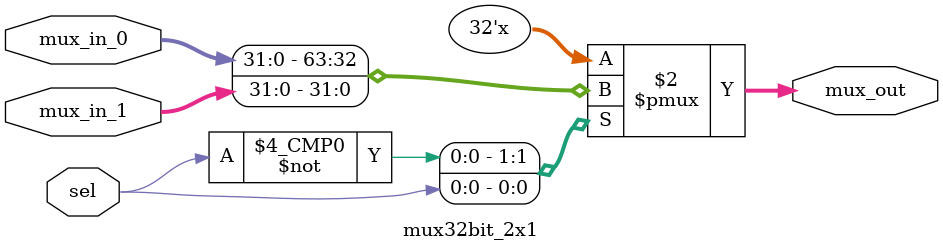
<source format=v>
module mux32bit_2x1 (
    input [31:0] mux_in_0,
    input [31:0] mux_in_1,
    input sel,

    output reg [31:0] mux_out
);
  always @(*) begin
    case (sel)
      1'b0: mux_out = mux_in_0;
      1'b1: mux_out = mux_in_1;
    endcase
  end
endmodule

</source>
